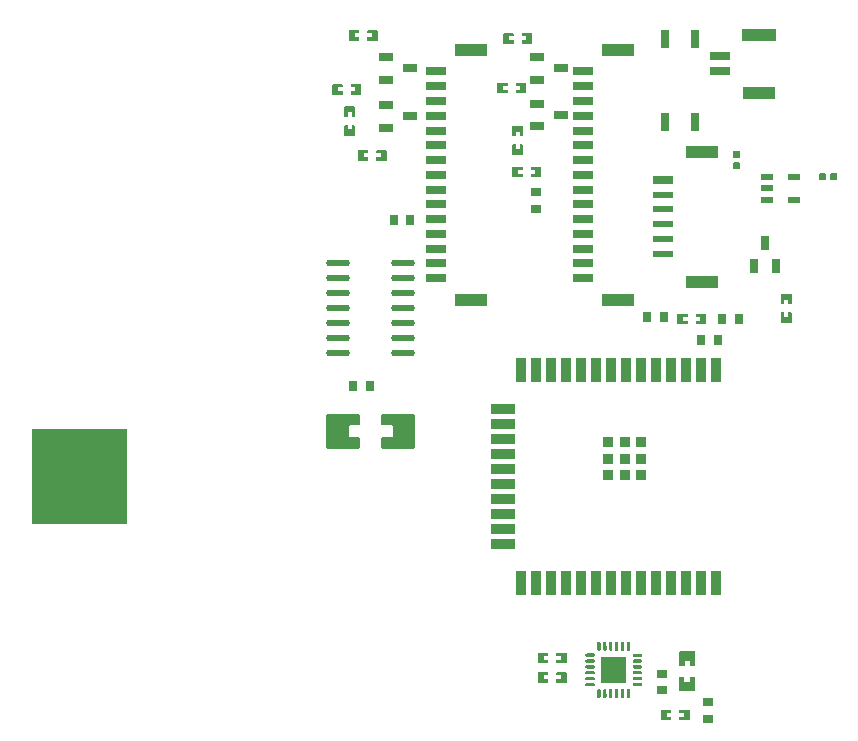
<source format=gtp>
G04 Layer: TopPasteMaskLayer*
G04 EasyEDA v6.5.44, 2024-08-24 22:55:38*
G04 c584bd3c03fa4b5bb03f9f2b3921847a,c23a61fc8c4145e6967fd80801f93d45,10*
G04 Gerber Generator version 0.2*
G04 Scale: 100 percent, Rotated: No, Reflected: No *
G04 Dimensions in millimeters *
G04 leading zeros omitted , absolute positions ,4 integer and 5 decimal *
%FSLAX45Y45*%
%MOMM*%

%AMMACRO1*21,1,$1,$2,0,0,$3*%
%ADD10R,0.7000X1.2500*%
%ADD11R,1.0450X0.5320*%
%ADD12R,0.9000X0.8000*%
%ADD13R,1.2500X0.7000*%
%ADD14R,0.8000X0.9000*%
%ADD15MACRO1,0.602X1.7018X90.0000*%
%ADD16R,2.8000X1.0000*%
%ADD17R,1.7000X0.6000*%
%ADD18MACRO1,1.0008X2.7X90.0000*%
%ADD19MACRO1,0.5994X1.7018X90.0000*%
%ADD20R,0.8000X1.5000*%
%ADD21R,0.9500X2.1000*%
%ADD22R,2.1000X0.9500*%
%ADD23R,0.9000X0.9000*%
%ADD24MACRO1,0.9982X2.7991X90.0000*%
%ADD25O,2.0379944X0.5739892*%
%ADD26O,0.0102X0.5739892*%

%LPD*%
G36*
X6217818Y-5835091D02*
G01*
X6212789Y-5840120D01*
X6212789Y-5920079D01*
X6217818Y-5925108D01*
X6297777Y-5925108D01*
X6302806Y-5920079D01*
X6302806Y-5897321D01*
X6265824Y-5897321D01*
X6265824Y-5864301D01*
X6302806Y-5864301D01*
X6302806Y-5840120D01*
X6297777Y-5835091D01*
G37*
G36*
X6376822Y-5835091D02*
G01*
X6371793Y-5840120D01*
X6371793Y-5862878D01*
X6408775Y-5862878D01*
X6408775Y-5895898D01*
X6371793Y-5895898D01*
X6371793Y-5920079D01*
X6376822Y-5925108D01*
X6456781Y-5925108D01*
X6461810Y-5920079D01*
X6461810Y-5840120D01*
X6456781Y-5835091D01*
G37*
G36*
X6374892Y-5341315D02*
G01*
X6369913Y-5346293D01*
X6369913Y-5461304D01*
X6374892Y-5466283D01*
X6416903Y-5465826D01*
X6416903Y-5421782D01*
X6461912Y-5421782D01*
X6461912Y-5466791D01*
X6502907Y-5466283D01*
X6507886Y-5461304D01*
X6507886Y-5346293D01*
X6502907Y-5341315D01*
G37*
G36*
X6415887Y-5556808D02*
G01*
X6374892Y-5557316D01*
X6369913Y-5562295D01*
X6369913Y-5677306D01*
X6374892Y-5682284D01*
X6502907Y-5682284D01*
X6507886Y-5677306D01*
X6507886Y-5562295D01*
X6502907Y-5557316D01*
X6460896Y-5557774D01*
X6460896Y-5601817D01*
X6415887Y-5601817D01*
G37*
G36*
X5176418Y-5352491D02*
G01*
X5171389Y-5357520D01*
X5171389Y-5437479D01*
X5176418Y-5442508D01*
X5256377Y-5442508D01*
X5261406Y-5437479D01*
X5261406Y-5414721D01*
X5224424Y-5414721D01*
X5224424Y-5381701D01*
X5261406Y-5381701D01*
X5261406Y-5357520D01*
X5256377Y-5352491D01*
G37*
G36*
X5335422Y-5352491D02*
G01*
X5330393Y-5357520D01*
X5330393Y-5380278D01*
X5367375Y-5380278D01*
X5367375Y-5413298D01*
X5330393Y-5413298D01*
X5330393Y-5437479D01*
X5335422Y-5442508D01*
X5415381Y-5442508D01*
X5420410Y-5437479D01*
X5420410Y-5357520D01*
X5415381Y-5352491D01*
G37*
G36*
X5176418Y-5517591D02*
G01*
X5171389Y-5522620D01*
X5171389Y-5602579D01*
X5176418Y-5607608D01*
X5256377Y-5607608D01*
X5261406Y-5602579D01*
X5261406Y-5579821D01*
X5224424Y-5579821D01*
X5224424Y-5546801D01*
X5261406Y-5546801D01*
X5261406Y-5522620D01*
X5256377Y-5517591D01*
G37*
G36*
X5335422Y-5517591D02*
G01*
X5330393Y-5522620D01*
X5330393Y-5545378D01*
X5367375Y-5545378D01*
X5367375Y-5578398D01*
X5330393Y-5578398D01*
X5330393Y-5602579D01*
X5335422Y-5607608D01*
X5415381Y-5607608D01*
X5420410Y-5602579D01*
X5420410Y-5522620D01*
X5415381Y-5517591D01*
G37*
G36*
X7237120Y-2313889D02*
G01*
X7232091Y-2318918D01*
X7232091Y-2398877D01*
X7237120Y-2403906D01*
X7259878Y-2403906D01*
X7259878Y-2366873D01*
X7292898Y-2366873D01*
X7292898Y-2403906D01*
X7317079Y-2403906D01*
X7322108Y-2398877D01*
X7322108Y-2318918D01*
X7317079Y-2313889D01*
G37*
G36*
X7237120Y-2472893D02*
G01*
X7232091Y-2477922D01*
X7232091Y-2557881D01*
X7237120Y-2562910D01*
X7317079Y-2562910D01*
X7322108Y-2557881D01*
X7322108Y-2477922D01*
X7317079Y-2472893D01*
X7294321Y-2472893D01*
X7294321Y-2509926D01*
X7261301Y-2509926D01*
X7261301Y-2472893D01*
G37*
G36*
X7657693Y-1293317D02*
G01*
X7650683Y-1298295D01*
X7650683Y-1343304D01*
X7657693Y-1348282D01*
X7705699Y-1348282D01*
X7710678Y-1343304D01*
X7710678Y-1298295D01*
X7705699Y-1293317D01*
G37*
G36*
X7559700Y-1293317D02*
G01*
X7554722Y-1298295D01*
X7554722Y-1343304D01*
X7559700Y-1348282D01*
X7607706Y-1348282D01*
X7614716Y-1343304D01*
X7614716Y-1298295D01*
X7607706Y-1293317D01*
G37*
G36*
X6835495Y-1103122D02*
G01*
X6830517Y-1108100D01*
X6830517Y-1156106D01*
X6835495Y-1163116D01*
X6880504Y-1163116D01*
X6885482Y-1156106D01*
X6885482Y-1108100D01*
X6880504Y-1103122D01*
G37*
G36*
X6835495Y-1199083D02*
G01*
X6830517Y-1206093D01*
X6830517Y-1254099D01*
X6835495Y-1259078D01*
X6880504Y-1259078D01*
X6885482Y-1254099D01*
X6885482Y-1206093D01*
X6880504Y-1199083D01*
G37*
G36*
X5691581Y-5259120D02*
G01*
X5688279Y-5259527D01*
X5685078Y-5260695D01*
X5682335Y-5262626D01*
X5681116Y-5263794D01*
X5679186Y-5266588D01*
X5678017Y-5269738D01*
X5677611Y-5273090D01*
X5677712Y-5326786D01*
X5678525Y-5330088D01*
X5679186Y-5331612D01*
X5681116Y-5334406D01*
X5683656Y-5336641D01*
X5686653Y-5338165D01*
X5689904Y-5338978D01*
X5693308Y-5338978D01*
X5696559Y-5338165D01*
X5699556Y-5336641D01*
X5702096Y-5334406D01*
X5704027Y-5331612D01*
X5705195Y-5328462D01*
X5705602Y-5325110D01*
X5705500Y-5271414D01*
X5704687Y-5268112D01*
X5704027Y-5266588D01*
X5702096Y-5263794D01*
X5699556Y-5261559D01*
X5696559Y-5260035D01*
X5693308Y-5259222D01*
G37*
G36*
X5741619Y-5259120D02*
G01*
X5738266Y-5259527D01*
X5735066Y-5260695D01*
X5732322Y-5262626D01*
X5731103Y-5263794D01*
X5729173Y-5266588D01*
X5728004Y-5269738D01*
X5727598Y-5273090D01*
X5727700Y-5326786D01*
X5728512Y-5330088D01*
X5729173Y-5331612D01*
X5731103Y-5334406D01*
X5733643Y-5336641D01*
X5736640Y-5338165D01*
X5739892Y-5338978D01*
X5743295Y-5338978D01*
X5746546Y-5338165D01*
X5749544Y-5336641D01*
X5752084Y-5334406D01*
X5754014Y-5331612D01*
X5755182Y-5328462D01*
X5755589Y-5325110D01*
X5755487Y-5271414D01*
X5754674Y-5268112D01*
X5754014Y-5266588D01*
X5752084Y-5263794D01*
X5749544Y-5261559D01*
X5746546Y-5260035D01*
X5743295Y-5259222D01*
G37*
G36*
X5791606Y-5259120D02*
G01*
X5788253Y-5259527D01*
X5785104Y-5260695D01*
X5782310Y-5262626D01*
X5780074Y-5265166D01*
X5778500Y-5268112D01*
X5777687Y-5271414D01*
X5777585Y-5325110D01*
X5777992Y-5328462D01*
X5779211Y-5331612D01*
X5781141Y-5334406D01*
X5783630Y-5336641D01*
X5786628Y-5338165D01*
X5789930Y-5338978D01*
X5793282Y-5338978D01*
X5796584Y-5338165D01*
X5799582Y-5336641D01*
X5802071Y-5334406D01*
X5804001Y-5331612D01*
X5805220Y-5328462D01*
X5805627Y-5325110D01*
X5805525Y-5271414D01*
X5804712Y-5268112D01*
X5803138Y-5265166D01*
X5800902Y-5262626D01*
X5798108Y-5260695D01*
X5794959Y-5259527D01*
G37*
G36*
X5841593Y-5259120D02*
G01*
X5838240Y-5259527D01*
X5835091Y-5260695D01*
X5832297Y-5262626D01*
X5830062Y-5265166D01*
X5828487Y-5268112D01*
X5827674Y-5271414D01*
X5827572Y-5325110D01*
X5827979Y-5328462D01*
X5829198Y-5331612D01*
X5831128Y-5334406D01*
X5833618Y-5336641D01*
X5836615Y-5338165D01*
X5839917Y-5338978D01*
X5843270Y-5338978D01*
X5846572Y-5338165D01*
X5849569Y-5336641D01*
X5852058Y-5334406D01*
X5853988Y-5331612D01*
X5855208Y-5328462D01*
X5855614Y-5325110D01*
X5855512Y-5271414D01*
X5854700Y-5268112D01*
X5853125Y-5265166D01*
X5850890Y-5262626D01*
X5848096Y-5260695D01*
X5844946Y-5259527D01*
G37*
G36*
X5891580Y-5259120D02*
G01*
X5888278Y-5259527D01*
X5885078Y-5260695D01*
X5882335Y-5262626D01*
X5881116Y-5263794D01*
X5879185Y-5266588D01*
X5878017Y-5269738D01*
X5877610Y-5273090D01*
X5877712Y-5326786D01*
X5878525Y-5330088D01*
X5879185Y-5331612D01*
X5881116Y-5334406D01*
X5883656Y-5336641D01*
X5886653Y-5338165D01*
X5889904Y-5338978D01*
X5893308Y-5338978D01*
X5896559Y-5338165D01*
X5899556Y-5336641D01*
X5902096Y-5334406D01*
X5904026Y-5331612D01*
X5905195Y-5328462D01*
X5905601Y-5325110D01*
X5905500Y-5271414D01*
X5904687Y-5268112D01*
X5904026Y-5266588D01*
X5902096Y-5263794D01*
X5899556Y-5261559D01*
X5896559Y-5260035D01*
X5893308Y-5259222D01*
G37*
G36*
X5941618Y-5259120D02*
G01*
X5938266Y-5259527D01*
X5935065Y-5260695D01*
X5932322Y-5262626D01*
X5931103Y-5263794D01*
X5929172Y-5266588D01*
X5928004Y-5269738D01*
X5927598Y-5273090D01*
X5927699Y-5326786D01*
X5928512Y-5330088D01*
X5929172Y-5331612D01*
X5931103Y-5334406D01*
X5933643Y-5336641D01*
X5936640Y-5338165D01*
X5939891Y-5338978D01*
X5943295Y-5338978D01*
X5946546Y-5338165D01*
X5949543Y-5336641D01*
X5952083Y-5334406D01*
X5954014Y-5331612D01*
X5955182Y-5328462D01*
X5955588Y-5325110D01*
X5955487Y-5271414D01*
X5954674Y-5268112D01*
X5954014Y-5266588D01*
X5952083Y-5263794D01*
X5949543Y-5261559D01*
X5946546Y-5260035D01*
X5943295Y-5259222D01*
G37*
G36*
X5990590Y-5360873D02*
G01*
X5987237Y-5361279D01*
X5984087Y-5362498D01*
X5981293Y-5364429D01*
X5979058Y-5366918D01*
X5977534Y-5369915D01*
X5976721Y-5373217D01*
X5976721Y-5376570D01*
X5977534Y-5379872D01*
X5979058Y-5382869D01*
X5981293Y-5385358D01*
X5984087Y-5387289D01*
X5987237Y-5388508D01*
X5990590Y-5388914D01*
X6044285Y-5388813D01*
X6047587Y-5388000D01*
X6050534Y-5386425D01*
X6053074Y-5384190D01*
X6055004Y-5381396D01*
X6056172Y-5378246D01*
X6056579Y-5374894D01*
X6056172Y-5371541D01*
X6055004Y-5368391D01*
X6053074Y-5365597D01*
X6050534Y-5363362D01*
X6047587Y-5361787D01*
X6044285Y-5360974D01*
G37*
G36*
X5990590Y-5410098D02*
G01*
X5987237Y-5410504D01*
X5984087Y-5411673D01*
X5981293Y-5413603D01*
X5979058Y-5416143D01*
X5977534Y-5419140D01*
X5976721Y-5422392D01*
X5976721Y-5425795D01*
X5977534Y-5429046D01*
X5979058Y-5432044D01*
X5981293Y-5434584D01*
X5984087Y-5436514D01*
X5987237Y-5437682D01*
X5990590Y-5438089D01*
X6044285Y-5437987D01*
X6047587Y-5437174D01*
X6049111Y-5436514D01*
X6051905Y-5434584D01*
X6054140Y-5432044D01*
X6055664Y-5429046D01*
X6056477Y-5425795D01*
X6056477Y-5422392D01*
X6055664Y-5419140D01*
X6054140Y-5416143D01*
X6051905Y-5413603D01*
X6049111Y-5411673D01*
X6045962Y-5410504D01*
X6042609Y-5410098D01*
G37*
G36*
X5990590Y-5460085D02*
G01*
X5987237Y-5460492D01*
X5984087Y-5461711D01*
X5981293Y-5463641D01*
X5979058Y-5466130D01*
X5977534Y-5469128D01*
X5976721Y-5472430D01*
X5976721Y-5475782D01*
X5977534Y-5479084D01*
X5979058Y-5482082D01*
X5981293Y-5484571D01*
X5984087Y-5486501D01*
X5987237Y-5487720D01*
X5990590Y-5488127D01*
X6044285Y-5488025D01*
X6047587Y-5487212D01*
X6050534Y-5485638D01*
X6053074Y-5483402D01*
X6055004Y-5480608D01*
X6056172Y-5477459D01*
X6056579Y-5474106D01*
X6056172Y-5470753D01*
X6055004Y-5467604D01*
X6053074Y-5464810D01*
X6050534Y-5462574D01*
X6047587Y-5461000D01*
X6044285Y-5460187D01*
G37*
G36*
X5990590Y-5510072D02*
G01*
X5987237Y-5510479D01*
X5984087Y-5511698D01*
X5981293Y-5513628D01*
X5979058Y-5516118D01*
X5977534Y-5519115D01*
X5976721Y-5522417D01*
X5976721Y-5525770D01*
X5977534Y-5529072D01*
X5979058Y-5532069D01*
X5981293Y-5534558D01*
X5984087Y-5536488D01*
X5987237Y-5537708D01*
X5990590Y-5538114D01*
X6044285Y-5538012D01*
X6047587Y-5537200D01*
X6050534Y-5535625D01*
X6053074Y-5533390D01*
X6055004Y-5530596D01*
X6056172Y-5527446D01*
X6056579Y-5524093D01*
X6056172Y-5520740D01*
X6055004Y-5517591D01*
X6053074Y-5514797D01*
X6050534Y-5512562D01*
X6047587Y-5510987D01*
X6044285Y-5510174D01*
G37*
G36*
X5990590Y-5560110D02*
G01*
X5987237Y-5560517D01*
X5984087Y-5561685D01*
X5981293Y-5563616D01*
X5979058Y-5566156D01*
X5977534Y-5569153D01*
X5976721Y-5572404D01*
X5976721Y-5575808D01*
X5977534Y-5579059D01*
X5979058Y-5582056D01*
X5981293Y-5584596D01*
X5984087Y-5586526D01*
X5987237Y-5587695D01*
X5990590Y-5588101D01*
X6044285Y-5588000D01*
X6047587Y-5587187D01*
X6049111Y-5586526D01*
X6051905Y-5584596D01*
X6054140Y-5582056D01*
X6055664Y-5579059D01*
X6056477Y-5575808D01*
X6056477Y-5572404D01*
X6055664Y-5569153D01*
X6054140Y-5566156D01*
X6051905Y-5563616D01*
X6049111Y-5561685D01*
X6045962Y-5560517D01*
X6042609Y-5560110D01*
G37*
G36*
X5990590Y-5610098D02*
G01*
X5987237Y-5610504D01*
X5984087Y-5611672D01*
X5981293Y-5613603D01*
X5979058Y-5616143D01*
X5977534Y-5619140D01*
X5976721Y-5622391D01*
X5976721Y-5625795D01*
X5977534Y-5629046D01*
X5979058Y-5632043D01*
X5981293Y-5634583D01*
X5984087Y-5636514D01*
X5987237Y-5637682D01*
X5990590Y-5638088D01*
X6044285Y-5637987D01*
X6047587Y-5637174D01*
X6049111Y-5636514D01*
X6051905Y-5634583D01*
X6054140Y-5632043D01*
X6055664Y-5629046D01*
X6056477Y-5625795D01*
X6056477Y-5622391D01*
X6055664Y-5619140D01*
X6054140Y-5616143D01*
X6051905Y-5613603D01*
X6049111Y-5611672D01*
X6045962Y-5610504D01*
X6042609Y-5610098D01*
G37*
G36*
X5941618Y-5659120D02*
G01*
X5938266Y-5659526D01*
X5935065Y-5660694D01*
X5932322Y-5662625D01*
X5931103Y-5663793D01*
X5929172Y-5666587D01*
X5928004Y-5669737D01*
X5927598Y-5673090D01*
X5927699Y-5726785D01*
X5928512Y-5730087D01*
X5929172Y-5731611D01*
X5931103Y-5734405D01*
X5933643Y-5736640D01*
X5936640Y-5738164D01*
X5939891Y-5738977D01*
X5943295Y-5738977D01*
X5946546Y-5738164D01*
X5949543Y-5736640D01*
X5952083Y-5734405D01*
X5954014Y-5731611D01*
X5955182Y-5728462D01*
X5955588Y-5725109D01*
X5955487Y-5671413D01*
X5954674Y-5668111D01*
X5954014Y-5666587D01*
X5952083Y-5663793D01*
X5949543Y-5661558D01*
X5946546Y-5660034D01*
X5943295Y-5659221D01*
G37*
G36*
X5891580Y-5659120D02*
G01*
X5888278Y-5659526D01*
X5885078Y-5660694D01*
X5882335Y-5662625D01*
X5881116Y-5663793D01*
X5879185Y-5666587D01*
X5878017Y-5669737D01*
X5877610Y-5673090D01*
X5877712Y-5726785D01*
X5878525Y-5730087D01*
X5879185Y-5731611D01*
X5881116Y-5734405D01*
X5883656Y-5736640D01*
X5886653Y-5738164D01*
X5889904Y-5738977D01*
X5893308Y-5738977D01*
X5896559Y-5738164D01*
X5899556Y-5736640D01*
X5902096Y-5734405D01*
X5904026Y-5731611D01*
X5905195Y-5728462D01*
X5905601Y-5725109D01*
X5905500Y-5671413D01*
X5904687Y-5668111D01*
X5904026Y-5666587D01*
X5902096Y-5663793D01*
X5899556Y-5661558D01*
X5896559Y-5660034D01*
X5893308Y-5659221D01*
G37*
G36*
X5841593Y-5659120D02*
G01*
X5838240Y-5659526D01*
X5835091Y-5660694D01*
X5832297Y-5662625D01*
X5830062Y-5665165D01*
X5828487Y-5668111D01*
X5827674Y-5671413D01*
X5827572Y-5725109D01*
X5827979Y-5728462D01*
X5829198Y-5731611D01*
X5831128Y-5734405D01*
X5833618Y-5736640D01*
X5836615Y-5738164D01*
X5839917Y-5738977D01*
X5843270Y-5738977D01*
X5846572Y-5738164D01*
X5849569Y-5736640D01*
X5852058Y-5734405D01*
X5853988Y-5731611D01*
X5855208Y-5728462D01*
X5855614Y-5725109D01*
X5855512Y-5671413D01*
X5854700Y-5668111D01*
X5853125Y-5665165D01*
X5850890Y-5662625D01*
X5848096Y-5660694D01*
X5844946Y-5659526D01*
G37*
G36*
X5791606Y-5659120D02*
G01*
X5788253Y-5659526D01*
X5785104Y-5660694D01*
X5782310Y-5662625D01*
X5780074Y-5665165D01*
X5778500Y-5668111D01*
X5777687Y-5671413D01*
X5777585Y-5725109D01*
X5777992Y-5728462D01*
X5779211Y-5731611D01*
X5781141Y-5734405D01*
X5783630Y-5736640D01*
X5786628Y-5738164D01*
X5789930Y-5738977D01*
X5793282Y-5738977D01*
X5796584Y-5738164D01*
X5799582Y-5736640D01*
X5802071Y-5734405D01*
X5804001Y-5731611D01*
X5805220Y-5728462D01*
X5805627Y-5725109D01*
X5805525Y-5671413D01*
X5804712Y-5668111D01*
X5803138Y-5665165D01*
X5800902Y-5662625D01*
X5798108Y-5660694D01*
X5794959Y-5659526D01*
G37*
G36*
X5741619Y-5659120D02*
G01*
X5738266Y-5659526D01*
X5735066Y-5660694D01*
X5732322Y-5662625D01*
X5731103Y-5663793D01*
X5729173Y-5666587D01*
X5728004Y-5669737D01*
X5727598Y-5673090D01*
X5727700Y-5726785D01*
X5728512Y-5730087D01*
X5729173Y-5731611D01*
X5731103Y-5734405D01*
X5733643Y-5736640D01*
X5736640Y-5738164D01*
X5739892Y-5738977D01*
X5743295Y-5738977D01*
X5746546Y-5738164D01*
X5749544Y-5736640D01*
X5752084Y-5734405D01*
X5754014Y-5731611D01*
X5755182Y-5728462D01*
X5755589Y-5725109D01*
X5755487Y-5671413D01*
X5754674Y-5668111D01*
X5754014Y-5666587D01*
X5752084Y-5663793D01*
X5749544Y-5661558D01*
X5746546Y-5660034D01*
X5743295Y-5659221D01*
G37*
G36*
X5691581Y-5659120D02*
G01*
X5688279Y-5659526D01*
X5685078Y-5660694D01*
X5682335Y-5662625D01*
X5681116Y-5663793D01*
X5679186Y-5666587D01*
X5678017Y-5669737D01*
X5677611Y-5673090D01*
X5677712Y-5726785D01*
X5678525Y-5730087D01*
X5679186Y-5731611D01*
X5681116Y-5734405D01*
X5683656Y-5736640D01*
X5686653Y-5738164D01*
X5689904Y-5738977D01*
X5693308Y-5738977D01*
X5696559Y-5738164D01*
X5699556Y-5736640D01*
X5702096Y-5734405D01*
X5704027Y-5731611D01*
X5705195Y-5728462D01*
X5705602Y-5725109D01*
X5705500Y-5671413D01*
X5704687Y-5668111D01*
X5704027Y-5666587D01*
X5702096Y-5663793D01*
X5699556Y-5661558D01*
X5696559Y-5660034D01*
X5693308Y-5659221D01*
G37*
G36*
X5590590Y-5610098D02*
G01*
X5587238Y-5610504D01*
X5584088Y-5611672D01*
X5581294Y-5613603D01*
X5579059Y-5616143D01*
X5577535Y-5619140D01*
X5576722Y-5622391D01*
X5576722Y-5625795D01*
X5577535Y-5629046D01*
X5579059Y-5632043D01*
X5581294Y-5634583D01*
X5584088Y-5636514D01*
X5587238Y-5637682D01*
X5590590Y-5638088D01*
X5644286Y-5637987D01*
X5647588Y-5637174D01*
X5649112Y-5636514D01*
X5651906Y-5634583D01*
X5654141Y-5632043D01*
X5655665Y-5629046D01*
X5656478Y-5625795D01*
X5656478Y-5622391D01*
X5655665Y-5619140D01*
X5654141Y-5616143D01*
X5651906Y-5613603D01*
X5649112Y-5611672D01*
X5645962Y-5610504D01*
X5642610Y-5610098D01*
G37*
G36*
X5590590Y-5560110D02*
G01*
X5587238Y-5560517D01*
X5584088Y-5561685D01*
X5581294Y-5563616D01*
X5579059Y-5566156D01*
X5577535Y-5569153D01*
X5576722Y-5572404D01*
X5576722Y-5575808D01*
X5577535Y-5579059D01*
X5579059Y-5582056D01*
X5581294Y-5584596D01*
X5584088Y-5586526D01*
X5587238Y-5587695D01*
X5590590Y-5588101D01*
X5644286Y-5588000D01*
X5647588Y-5587187D01*
X5649112Y-5586526D01*
X5651906Y-5584596D01*
X5654141Y-5582056D01*
X5655665Y-5579059D01*
X5656478Y-5575808D01*
X5656478Y-5572404D01*
X5655665Y-5569153D01*
X5654141Y-5566156D01*
X5651906Y-5563616D01*
X5649112Y-5561685D01*
X5645962Y-5560517D01*
X5642610Y-5560110D01*
G37*
G36*
X5590590Y-5510072D02*
G01*
X5587238Y-5510479D01*
X5584088Y-5511698D01*
X5581294Y-5513628D01*
X5579059Y-5516118D01*
X5577535Y-5519115D01*
X5576722Y-5522417D01*
X5576722Y-5525770D01*
X5577535Y-5529072D01*
X5579059Y-5532069D01*
X5581294Y-5534558D01*
X5584088Y-5536488D01*
X5587238Y-5537708D01*
X5590590Y-5538114D01*
X5644286Y-5538012D01*
X5647588Y-5537200D01*
X5650534Y-5535625D01*
X5653074Y-5533390D01*
X5655005Y-5530596D01*
X5656173Y-5527446D01*
X5656580Y-5524093D01*
X5656173Y-5520740D01*
X5655005Y-5517591D01*
X5653074Y-5514797D01*
X5650534Y-5512562D01*
X5647588Y-5510987D01*
X5644286Y-5510174D01*
G37*
G36*
X5590590Y-5460085D02*
G01*
X5587238Y-5460492D01*
X5584088Y-5461711D01*
X5581294Y-5463641D01*
X5579059Y-5466130D01*
X5577535Y-5469128D01*
X5576722Y-5472430D01*
X5576722Y-5475782D01*
X5577535Y-5479084D01*
X5579059Y-5482082D01*
X5581294Y-5484571D01*
X5584088Y-5486501D01*
X5587238Y-5487720D01*
X5590590Y-5488127D01*
X5644286Y-5488025D01*
X5647588Y-5487212D01*
X5650534Y-5485638D01*
X5653074Y-5483402D01*
X5655005Y-5480608D01*
X5656173Y-5477459D01*
X5656580Y-5474106D01*
X5656173Y-5470753D01*
X5655005Y-5467604D01*
X5653074Y-5464810D01*
X5650534Y-5462574D01*
X5647588Y-5461000D01*
X5644286Y-5460187D01*
G37*
G36*
X5590590Y-5410098D02*
G01*
X5587238Y-5410504D01*
X5584088Y-5411673D01*
X5581294Y-5413603D01*
X5579059Y-5416143D01*
X5577535Y-5419140D01*
X5576722Y-5422392D01*
X5576722Y-5425795D01*
X5577535Y-5429046D01*
X5579059Y-5432044D01*
X5581294Y-5434584D01*
X5584088Y-5436514D01*
X5587238Y-5437682D01*
X5590590Y-5438089D01*
X5644286Y-5437987D01*
X5647588Y-5437174D01*
X5649112Y-5436514D01*
X5651906Y-5434584D01*
X5654141Y-5432044D01*
X5655665Y-5429046D01*
X5656478Y-5425795D01*
X5656478Y-5422392D01*
X5655665Y-5419140D01*
X5654141Y-5416143D01*
X5651906Y-5413603D01*
X5649112Y-5411673D01*
X5645962Y-5410504D01*
X5642610Y-5410098D01*
G37*
G36*
X5590590Y-5360111D02*
G01*
X5587238Y-5360517D01*
X5584088Y-5361686D01*
X5581294Y-5363616D01*
X5579059Y-5366156D01*
X5577535Y-5369153D01*
X5576722Y-5372404D01*
X5576722Y-5375808D01*
X5577535Y-5379059D01*
X5579059Y-5382056D01*
X5581294Y-5384596D01*
X5584088Y-5386527D01*
X5587238Y-5387695D01*
X5590590Y-5388102D01*
X5644286Y-5388000D01*
X5647588Y-5387187D01*
X5649112Y-5386527D01*
X5651906Y-5384596D01*
X5654141Y-5382056D01*
X5655665Y-5379059D01*
X5656478Y-5375808D01*
X5656478Y-5372404D01*
X5655665Y-5369153D01*
X5654141Y-5366156D01*
X5651906Y-5363616D01*
X5649112Y-5361686D01*
X5645962Y-5360517D01*
X5642610Y-5360111D01*
G37*
G36*
X5708599Y-5392369D02*
G01*
X5708599Y-5608320D01*
X5924600Y-5608320D01*
X5924600Y-5392369D01*
G37*
G36*
X6516522Y-2482291D02*
G01*
X6511493Y-2487320D01*
X6511493Y-2510078D01*
X6548475Y-2510078D01*
X6548475Y-2543098D01*
X6511493Y-2543098D01*
X6511493Y-2567279D01*
X6516522Y-2572308D01*
X6596481Y-2572308D01*
X6601510Y-2567279D01*
X6601510Y-2487320D01*
X6596481Y-2482291D01*
G37*
G36*
X6357518Y-2482291D02*
G01*
X6352489Y-2487320D01*
X6352489Y-2567279D01*
X6357518Y-2572308D01*
X6437477Y-2572308D01*
X6442506Y-2567279D01*
X6442506Y-2544521D01*
X6405524Y-2544521D01*
X6405524Y-2511501D01*
X6442506Y-2511501D01*
X6442506Y-2487320D01*
X6437477Y-2482291D01*
G37*
G36*
X4963820Y-891489D02*
G01*
X4958791Y-896518D01*
X4958791Y-976477D01*
X4963820Y-981506D01*
X4986578Y-981506D01*
X4986578Y-944473D01*
X5019598Y-944473D01*
X5019598Y-981506D01*
X5043779Y-981506D01*
X5048808Y-976477D01*
X5048808Y-896518D01*
X5043779Y-891489D01*
G37*
G36*
X4963820Y-1050493D02*
G01*
X4958791Y-1055522D01*
X4958791Y-1135481D01*
X4963820Y-1140510D01*
X5043779Y-1140510D01*
X5048808Y-1135481D01*
X5048808Y-1055522D01*
X5043779Y-1050493D01*
X5021021Y-1050493D01*
X5021021Y-1087526D01*
X4988001Y-1087526D01*
X4988001Y-1050493D01*
G37*
G36*
X4960518Y-1237691D02*
G01*
X4955489Y-1242720D01*
X4955489Y-1322679D01*
X4960518Y-1327708D01*
X5040477Y-1327708D01*
X5045506Y-1322679D01*
X5045506Y-1299921D01*
X5008524Y-1299921D01*
X5008524Y-1266901D01*
X5045506Y-1266901D01*
X5045506Y-1242720D01*
X5040477Y-1237691D01*
G37*
G36*
X5119522Y-1237691D02*
G01*
X5114493Y-1242720D01*
X5114493Y-1265478D01*
X5151475Y-1265478D01*
X5151475Y-1298498D01*
X5114493Y-1298498D01*
X5114493Y-1322679D01*
X5119522Y-1327708D01*
X5199481Y-1327708D01*
X5204510Y-1322679D01*
X5204510Y-1242720D01*
X5199481Y-1237691D01*
G37*
G36*
X4833518Y-526491D02*
G01*
X4828489Y-531520D01*
X4828489Y-611479D01*
X4833518Y-616508D01*
X4913477Y-616508D01*
X4918506Y-611479D01*
X4918506Y-588721D01*
X4881524Y-588721D01*
X4881524Y-555701D01*
X4918506Y-555701D01*
X4918506Y-531520D01*
X4913477Y-526491D01*
G37*
G36*
X4992522Y-526491D02*
G01*
X4987493Y-531520D01*
X4987493Y-554278D01*
X5024475Y-554278D01*
X5024475Y-587298D01*
X4987493Y-587298D01*
X4987493Y-611479D01*
X4992522Y-616508D01*
X5072481Y-616508D01*
X5077510Y-611479D01*
X5077510Y-531520D01*
X5072481Y-526491D01*
G37*
G36*
X5043322Y-107391D02*
G01*
X5038293Y-112420D01*
X5038293Y-135178D01*
X5075275Y-135178D01*
X5075275Y-168198D01*
X5038293Y-168198D01*
X5038293Y-192379D01*
X5043322Y-197408D01*
X5123281Y-197408D01*
X5128310Y-192379D01*
X5128310Y-112420D01*
X5123281Y-107391D01*
G37*
G36*
X4884318Y-107391D02*
G01*
X4879289Y-112420D01*
X4879289Y-192379D01*
X4884318Y-197408D01*
X4964277Y-197408D01*
X4969306Y-192379D01*
X4969306Y-169621D01*
X4932324Y-169621D01*
X4932324Y-136601D01*
X4969306Y-136601D01*
X4969306Y-112420D01*
X4964277Y-107391D01*
G37*
G36*
X3436518Y-539191D02*
G01*
X3431489Y-544220D01*
X3431489Y-624179D01*
X3436518Y-629208D01*
X3516477Y-629208D01*
X3521506Y-624179D01*
X3521506Y-601421D01*
X3484524Y-601421D01*
X3484524Y-568401D01*
X3521506Y-568401D01*
X3521506Y-544220D01*
X3516477Y-539191D01*
G37*
G36*
X3595522Y-539191D02*
G01*
X3590493Y-544220D01*
X3590493Y-566978D01*
X3627475Y-566978D01*
X3627475Y-599998D01*
X3590493Y-599998D01*
X3590493Y-624179D01*
X3595522Y-629208D01*
X3675481Y-629208D01*
X3680510Y-624179D01*
X3680510Y-544220D01*
X3675481Y-539191D01*
G37*
G36*
X3735222Y-81991D02*
G01*
X3730193Y-87020D01*
X3730193Y-109778D01*
X3767175Y-109778D01*
X3767175Y-142798D01*
X3730193Y-142798D01*
X3730193Y-166979D01*
X3735222Y-172008D01*
X3815181Y-172008D01*
X3820210Y-166979D01*
X3820210Y-87020D01*
X3815181Y-81991D01*
G37*
G36*
X3576218Y-81991D02*
G01*
X3571189Y-87020D01*
X3571189Y-166979D01*
X3576218Y-172008D01*
X3656177Y-172008D01*
X3661206Y-166979D01*
X3661206Y-144221D01*
X3624224Y-144221D01*
X3624224Y-111201D01*
X3661206Y-111201D01*
X3661206Y-87020D01*
X3656177Y-81991D01*
G37*
G36*
X3652418Y-1097991D02*
G01*
X3647389Y-1103020D01*
X3647389Y-1182979D01*
X3652418Y-1188008D01*
X3732377Y-1188008D01*
X3737406Y-1182979D01*
X3737406Y-1160221D01*
X3700424Y-1160221D01*
X3700424Y-1127201D01*
X3737406Y-1127201D01*
X3737406Y-1103020D01*
X3732377Y-1097991D01*
G37*
G36*
X3811422Y-1097991D02*
G01*
X3806393Y-1103020D01*
X3806393Y-1125778D01*
X3843375Y-1125778D01*
X3843375Y-1158798D01*
X3806393Y-1158798D01*
X3806393Y-1182979D01*
X3811422Y-1188008D01*
X3891381Y-1188008D01*
X3896410Y-1182979D01*
X3896410Y-1103020D01*
X3891381Y-1097991D01*
G37*
G36*
X3541420Y-726389D02*
G01*
X3536391Y-731418D01*
X3536391Y-811377D01*
X3541420Y-816406D01*
X3564178Y-816406D01*
X3564178Y-779373D01*
X3597198Y-779373D01*
X3597198Y-816406D01*
X3621379Y-816406D01*
X3626408Y-811377D01*
X3626408Y-731418D01*
X3621379Y-726389D01*
G37*
G36*
X3541420Y-885393D02*
G01*
X3536391Y-890422D01*
X3536391Y-970381D01*
X3541420Y-975410D01*
X3621379Y-975410D01*
X3626408Y-970381D01*
X3626408Y-890422D01*
X3621379Y-885393D01*
X3598621Y-885393D01*
X3598621Y-922426D01*
X3565601Y-922426D01*
X3565601Y-885393D01*
G37*
G36*
X3390696Y-3334258D02*
G01*
X3380689Y-3344265D01*
X3380689Y-3615334D01*
X3390696Y-3625342D01*
X3661714Y-3625342D01*
X3671722Y-3615334D01*
X3671722Y-3539286D01*
X3661714Y-3529279D01*
X3582771Y-3529279D01*
X3572764Y-3519271D01*
X3572764Y-3440328D01*
X3582771Y-3430320D01*
X3661714Y-3430320D01*
X3671722Y-3420313D01*
X3671722Y-3344265D01*
X3661714Y-3334258D01*
G37*
G36*
X3856685Y-3334258D02*
G01*
X3846677Y-3344265D01*
X3846677Y-3420313D01*
X3856685Y-3430320D01*
X3935628Y-3430320D01*
X3945636Y-3440328D01*
X3945636Y-3519271D01*
X3935628Y-3529279D01*
X3856685Y-3529279D01*
X3846677Y-3539286D01*
X3846677Y-3615334D01*
X3856685Y-3625342D01*
X4127703Y-3625342D01*
X4137710Y-3615334D01*
X4137710Y-3344265D01*
X4127703Y-3334258D01*
G37*
D10*
G01*
X7004304Y-2081199D03*
G01*
X7194295Y-2081199D03*
G01*
X7099300Y-1881200D03*
D11*
G01*
X7111542Y-1327404D03*
G01*
X7111542Y-1422400D03*
G01*
X7111542Y-1517395D03*
G01*
X7341057Y-1517395D03*
G01*
X7341057Y-1327404D03*
D12*
G01*
X6616700Y-5771997D03*
G01*
X6616700Y-5912002D03*
G01*
X6223000Y-5530697D03*
G01*
X6223000Y-5670702D03*
D13*
G01*
X3887800Y-311404D03*
G01*
X3887800Y-501395D03*
G01*
X4087799Y-406400D03*
G01*
X5170500Y-311404D03*
G01*
X5170500Y-501395D03*
G01*
X5370499Y-406400D03*
G01*
X3887800Y-717804D03*
G01*
X3887800Y-907795D03*
G01*
X4087799Y-812800D03*
G01*
X5170500Y-705104D03*
G01*
X5170500Y-895095D03*
G01*
X5370499Y-800100D03*
D14*
G01*
X6102197Y-2514600D03*
G01*
X6242202Y-2514600D03*
G01*
X6699402Y-2705100D03*
G01*
X6559397Y-2705100D03*
G01*
X6877202Y-2527300D03*
G01*
X6737197Y-2527300D03*
G01*
X4095902Y-1689100D03*
G01*
X3955897Y-1689100D03*
D12*
G01*
X5156200Y-1594002D03*
G01*
X5156200Y-1453997D03*
D15*
G01*
X6233299Y-1351203D03*
D16*
G01*
X6568313Y-2213711D03*
G01*
X6568313Y-1113713D03*
D17*
G01*
X6233312Y-1476197D03*
G01*
X6233312Y-1601215D03*
G01*
X6233312Y-1726209D03*
G01*
X6233312Y-1851202D03*
G01*
X6233312Y-1976221D03*
D18*
G01*
X4605154Y-248157D03*
G01*
X4605154Y-2368042D03*
D19*
G01*
X4310242Y-433069D03*
G01*
X4310242Y-558038D03*
D15*
G01*
X4310242Y-683132D03*
D19*
G01*
X4310242Y-808227D03*
G01*
X4310242Y-933196D03*
G01*
X4310242Y-1058164D03*
G01*
X4310242Y-1183132D03*
G01*
X4310242Y-1308100D03*
G01*
X4310242Y-1433067D03*
G01*
X4310242Y-1558035D03*
D15*
G01*
X4310242Y-1683130D03*
D19*
G01*
X4310242Y-1808226D03*
G01*
X4310242Y-1933193D03*
G01*
X4310242Y-2058161D03*
G01*
X4310242Y-2183130D03*
D18*
G01*
X5849754Y-248157D03*
G01*
X5849754Y-2368042D03*
D19*
G01*
X5554842Y-433069D03*
G01*
X5554842Y-558038D03*
D15*
G01*
X5554842Y-683132D03*
D19*
G01*
X5554842Y-808227D03*
G01*
X5554842Y-933196D03*
G01*
X5554842Y-1058164D03*
G01*
X5554842Y-1183132D03*
G01*
X5554842Y-1308100D03*
G01*
X5554842Y-1433067D03*
G01*
X5554842Y-1558035D03*
D15*
G01*
X5554842Y-1683130D03*
D19*
G01*
X5554842Y-1808226D03*
G01*
X5554842Y-1933193D03*
G01*
X5554842Y-2058161D03*
G01*
X5554842Y-2183130D03*
D20*
G01*
X6248400Y-857986D03*
G01*
X6502400Y-857986D03*
G01*
X6502400Y-157987D03*
G01*
X6248400Y-157987D03*
D21*
G01*
X6678752Y-2960801D03*
G01*
X6551752Y-2960801D03*
G01*
X6424752Y-2960801D03*
G01*
X6297752Y-2960801D03*
G01*
X6170752Y-2960801D03*
G01*
X6043752Y-2960801D03*
G01*
X5916752Y-2960801D03*
G01*
X5789752Y-2960801D03*
G01*
X5662752Y-2960801D03*
G01*
X5535752Y-2960801D03*
G01*
X5408752Y-2960801D03*
G01*
X5281752Y-2960801D03*
G01*
X5154752Y-2960801D03*
G01*
X5027752Y-2960801D03*
D22*
G01*
X4878247Y-3289325D03*
G01*
X4878247Y-3416325D03*
G01*
X4878247Y-3543325D03*
G01*
X4878247Y-3670325D03*
G01*
X4878247Y-3797325D03*
G01*
X4878247Y-3924325D03*
G01*
X4878247Y-4051325D03*
G01*
X4878247Y-4178325D03*
G01*
X4878247Y-4305325D03*
G01*
X4878247Y-4432325D03*
D21*
G01*
X5027752Y-4760798D03*
G01*
X5154752Y-4760798D03*
G01*
X5281752Y-4760798D03*
G01*
X5408752Y-4760798D03*
G01*
X5535752Y-4760798D03*
G01*
X5662752Y-4760798D03*
G01*
X5789752Y-4760798D03*
G01*
X5916752Y-4760798D03*
G01*
X6043752Y-4760798D03*
G01*
X6170752Y-4760798D03*
G01*
X6297752Y-4760798D03*
G01*
X6424752Y-4760798D03*
G01*
X6551752Y-4760798D03*
G01*
X6678752Y-4760798D03*
D23*
G01*
X5910656Y-3710787D03*
G01*
X5910656Y-3570808D03*
G01*
X5910656Y-3850792D03*
G01*
X6050661Y-3850792D03*
G01*
X6050661Y-3710812D03*
G01*
X6050661Y-3570808D03*
G01*
X5770651Y-3570808D03*
G01*
X5770651Y-3710812D03*
G01*
X5770651Y-3850792D03*
D24*
G01*
X7050912Y-120799D03*
D16*
G01*
X7050887Y-615797D03*
D19*
G01*
X6715887Y-430753D03*
G01*
X6715887Y-305785D03*
D14*
G01*
X3753002Y-3098800D03*
G01*
X3612997Y-3098800D03*
D25*
G01*
X4036110Y-2819400D03*
G01*
X4036110Y-2692400D03*
G01*
X4036110Y-2565400D03*
G01*
X4036110Y-2438400D03*
G01*
X4036110Y-2311400D03*
G01*
X4036110Y-2184400D03*
G01*
X4036110Y-2057400D03*
G01*
X3482289Y-2819400D03*
G01*
X3482289Y-2692400D03*
G01*
X3482289Y-2565400D03*
G01*
X3482289Y-2438400D03*
G01*
X3482289Y-2311400D03*
G01*
X3482289Y-2184400D03*
G01*
X3482289Y-2057400D03*
G36*
X895400Y-3460800D02*
G01*
X1695399Y-3460800D01*
X1695399Y-4260799D01*
X895400Y-4260799D01*
G37*
M02*

</source>
